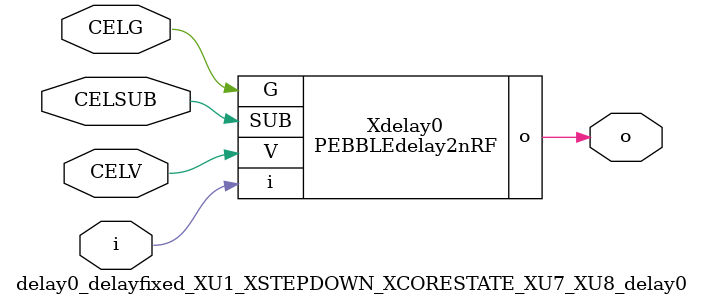
<source format=v>



module PEBBLEdelay2nRF ( o, V, G, i, SUB );

  input V;
  input i;
  input G;
  output o;
  input SUB;
endmodule

//Celera Confidential Do Not Copy delay0_delayfixed_XU1_XSTEPDOWN_XCORESTATE_XU7_XU8_delay0
//TYPE: fixed 2ns
module delay0_delayfixed_XU1_XSTEPDOWN_XCORESTATE_XU7_XU8_delay0 (i, CELV, o,
CELG,CELSUB);
input CELV;
input i;
output o;
input CELSUB;
input CELG;

//Celera Confidential Do Not Copy delayfast0
PEBBLEdelay2nRF Xdelay0(
.V (CELV),
.i (i),
.o (o),
.G (CELG),
.SUB (CELSUB)
);
//,diesize,PEBBLEdelay2nRF

//Celera Confidential Do Not Copy Module End
//Celera Schematic Generator
endmodule

</source>
